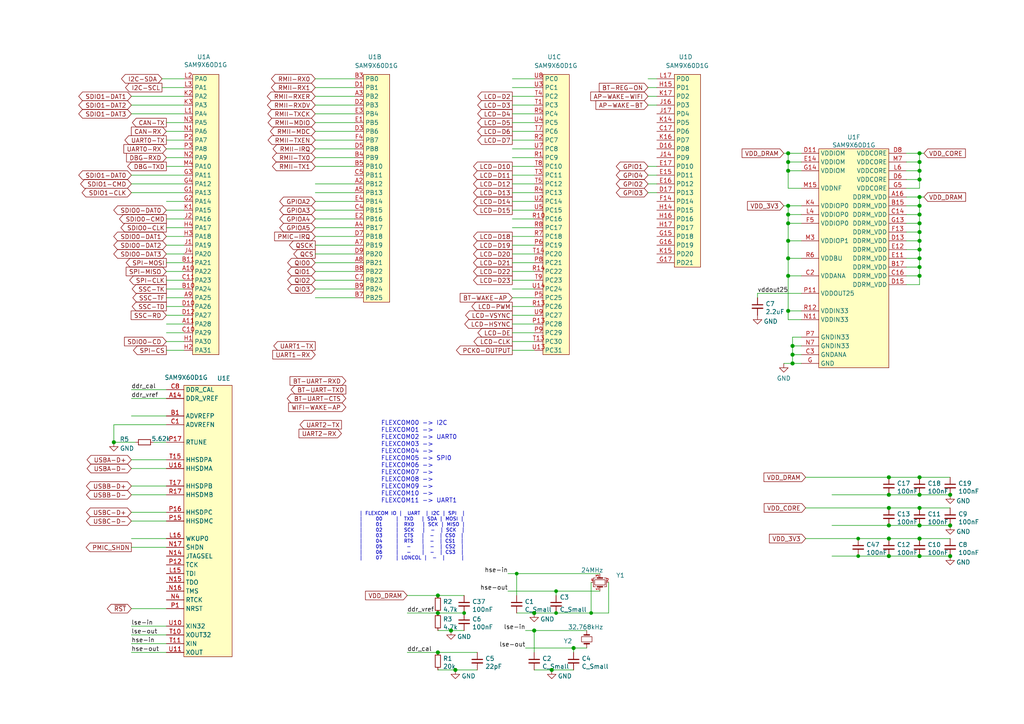
<source format=kicad_sch>
(kicad_sch (version 20250114) (generator "eeschema") (generator_version "9.0")
  (paper "A4")
  (text "| FLEXCOM IO |  UART  | I2C | SPI  |\n|     00     |  TXD   | SDA | MOSI |\n|     01     |  RXD   | SCK | MISO |\n|     02     |  SCK   |  -  | SCK  |\n|     03     |  CTS   |  -  | CS0  |\n|     04     |  RTS   |  -  | CS1  |\n|     05     |   -    |  -  | CS2  |\n|     06     |   -    |  -  | CS3  |\n|     07     | LONCOL |  -  |      |" (at 104.14 162.56 0) (effects (font (size 1 1)) (justify left bottom)))
  (text "FLEXCOM00 -> I2C\nFLEXCOM01 -> \nFLEXCOM02 -> UART0\nFLEXCOM03 -> \nFLEXCOM04 -> \nFLEXCOM05 -> SPI0\nFLEXCOM06 -> \nFLEXCOM07 -> \nFLEXCOM08 -> \nFLEXCOM09 -> \nFLEXCOM10 -> \nFLEXCOM11 -> UART1" (at 110.49 146.05 0) (effects (font (size 1.27 1.27)) (justify left bottom)))
  (junction (at 257.81 143.51) (diameter 1.016))
  (junction (at 266.7 67.31) (diameter 1.016))
  (junction (at 130.81 182.88) (diameter 1.016))
  (junction (at 266.7 52.07) (diameter 1.016))
  (junction (at 134.62 177.8))
  (junction (at 248.92 156.21))
  (junction (at 266.7 77.47) (diameter 1.016))
  (junction (at 154.94 177.8) (diameter 1.016))
  (junction (at 275.59 161.29) (diameter 1.016))
  (junction (at 33.02 128.27) (diameter 1.016))
  (junction (at 132.08 194.31) (diameter 1.016))
  (junction (at 266.7 143.51) (diameter 1.016))
  (junction (at 228.6 90.17) (diameter 1.016))
  (junction (at 266.7 64.77) (diameter 1.016))
  (junction (at 127 172.72) (diameter 1.016))
  (junction (at 266.7 69.85) (diameter 1.016))
  (junction (at 266.7 138.43) (diameter 1.016))
  (junction (at 166.37 187.96) (diameter 1.016))
  (junction (at 257.81 152.4) (diameter 1.016))
  (junction (at 266.7 161.29) (diameter 1.016))
  (junction (at 257.81 147.32) (diameter 1.016))
  (junction (at 228.6 59.69) (diameter 1.016))
  (junction (at 229.87 100.33) (diameter 1.016))
  (junction (at 257.81 138.43) (diameter 1.016))
  (junction (at 228.6 46.99) (diameter 1.016))
  (junction (at 228.6 49.53) (diameter 1.016))
  (junction (at 266.7 156.21) (diameter 1.016))
  (junction (at 266.7 74.93) (diameter 1.016))
  (junction (at 248.92 161.29))
  (junction (at 228.6 69.85) (diameter 1.016))
  (junction (at 266.7 59.69) (diameter 1.016))
  (junction (at 266.7 152.4) (diameter 1.016))
  (junction (at 266.7 44.45) (diameter 1.016))
  (junction (at 228.6 80.01) (diameter 1.016))
  (junction (at 275.59 143.51) (diameter 1.016))
  (junction (at 266.7 62.23) (diameter 1.016))
  (junction (at 266.7 49.53) (diameter 1.016))
  (junction (at 127 189.23) (diameter 1.016))
  (junction (at 266.7 80.01) (diameter 1.016))
  (junction (at 266.7 72.39) (diameter 1.016))
  (junction (at 161.29 171.45))
  (junction (at 275.59 152.4) (diameter 1.016))
  (junction (at 154.94 182.88) (diameter 1.016))
  (junction (at 228.6 44.45) (diameter 1.016))
  (junction (at 257.81 161.29) (diameter 1.016))
  (junction (at 161.29 177.8))
  (junction (at 171.45 177.8))
  (junction (at 127 177.8) (diameter 1.016))
  (junction (at 257.81 156.21) (diameter 1.016))
  (junction (at 160.02 194.31) (diameter 1.016))
  (junction (at 266.7 57.15) (diameter 1.016))
  (junction (at 266.7 147.32) (diameter 1.016))
  (junction (at 228.6 62.23) (diameter 1.016))
  (junction (at 266.7 46.99) (diameter 1.016))
  (junction (at 149.86 166.37))
  (junction (at 229.87 105.41) (diameter 1.016))
  (junction (at 229.87 102.87) (diameter 1.016))
  (junction (at 228.6 74.93) (diameter 1.016))
  (junction (at 228.6 64.77) (diameter 1.016))
  (wire (pts (xy 262.89 80.01) (xy 266.7 80.01)))
  (wire (pts (xy 228.6 80.01) (xy 228.6 90.17)))
  (wire (pts (xy 187.96 53.34) (xy 190.5 53.34)))
  (wire (pts (xy 127 189.23) (xy 138.43 189.23)))
  (wire (pts (xy 118.11 189.23) (xy 127 189.23)))
  (wire (pts (xy 33.02 128.27) (xy 39.37 128.27)))
  (wire (pts (xy 48.26 43.18) (xy 53.34 43.18)))
  (wire (pts (xy 241.3 143.51) (xy 257.81 143.51)))
  (wire (pts (xy 148.59 91.44) (xy 154.94 91.44)))
  (wire (pts (xy 148.59 30.48) (xy 154.94 30.48)))
  (wire (pts (xy 91.44 22.86) (xy 102.87 22.86)))
  (wire (pts (xy 48.26 40.64) (xy 53.34 40.64)))
  (wire (pts (xy 232.41 64.77) (xy 228.6 64.77)))
  (wire (pts (xy 228.6 64.77) (xy 228.6 62.23)))
  (wire (pts (xy 38.1 53.34) (xy 53.34 53.34)))
  (wire (pts (xy 266.7 138.43) (xy 275.59 138.43)))
  (wire (pts (xy 91.44 35.56) (xy 102.87 35.56)))
  (wire (pts (xy 227.33 44.45) (xy 228.6 44.45)))
  (wire (pts (xy 257.81 138.43) (xy 266.7 138.43)))
  (wire (pts (xy 149.86 166.37) (xy 173.99 166.37)))
  (wire (pts (xy 127 172.72) (xy 134.62 172.72)))
  (wire (pts (xy 118.11 172.72) (xy 127 172.72)))
  (wire (pts (xy 148.59 60.96) (xy 154.94 60.96)))
  (wire (pts (xy 228.6 46.99) (xy 228.6 49.53)))
  (wire (pts (xy 228.6 49.53) (xy 232.41 49.53)))
  (wire (pts (xy 232.41 44.45) (xy 228.6 44.45)))
  (wire (pts (xy 228.6 44.45) (xy 228.6 46.99)))
  (wire (pts (xy 187.96 22.86) (xy 190.5 22.86)))
  (wire (pts (xy 262.89 74.93) (xy 266.7 74.93)))
  (wire (pts (xy 160.02 194.31) (xy 166.37 194.31)))
  (wire (pts (xy 187.96 55.88) (xy 190.5 55.88)))
  (wire (pts (xy 48.26 91.44) (xy 53.34 91.44)))
  (wire (pts (xy 38.1 55.88) (xy 53.34 55.88)))
  (wire (pts (xy 48.26 63.5) (xy 53.34 63.5)))
  (wire (pts (xy 148.59 78.74) (xy 154.94 78.74)))
  (wire (pts (xy 166.37 187.96) (xy 170.18 187.96)))
  (wire (pts (xy 152.4 187.96) (xy 166.37 187.96)))
  (wire (pts (xy 33.02 123.19) (xy 48.26 123.19)))
  (wire (pts (xy 262.89 67.31) (xy 266.7 67.31)))
  (wire (pts (xy 228.6 90.17) (xy 228.6 92.71)))
  (wire (pts (xy 228.6 92.71) (xy 232.41 92.71)))
  (wire (pts (xy 232.41 90.17) (xy 228.6 90.17)))
  (wire (pts (xy 38.1 30.48) (xy 53.34 30.48)))
  (wire (pts (xy 233.68 138.43) (xy 257.81 138.43)))
  (wire (pts (xy 257.81 147.32) (xy 266.7 147.32)))
  (wire (pts (xy 233.68 147.32) (xy 257.81 147.32)))
  (wire (pts (xy 266.7 147.32) (xy 275.59 147.32)))
  (wire (pts (xy 161.29 171.45) (xy 161.29 172.72)))
  (wire (pts (xy 46.99 25.4) (xy 53.34 25.4)))
  (wire (pts (xy 262.89 64.77) (xy 266.7 64.77)))
  (wire (pts (xy 38.1 115.57) (xy 48.26 115.57)))
  (wire (pts (xy 38.1 158.75) (xy 48.26 158.75)))
  (wire (pts (xy 148.59 63.5) (xy 154.94 63.5)))
  (wire (pts (xy 38.1 181.61) (xy 48.26 181.61)))
  (wire (pts (xy 148.59 43.18) (xy 154.94 43.18)))
  (wire (pts (xy 148.59 45.72) (xy 154.94 45.72)))
  (wire (pts (xy 48.26 93.98) (xy 53.34 93.98)))
  (wire (pts (xy 91.44 33.02) (xy 102.87 33.02)))
  (wire (pts (xy 91.44 48.26) (xy 102.87 48.26)))
  (wire (pts (xy 154.94 194.31) (xy 160.02 194.31)))
  (wire (pts (xy 91.44 68.58) (xy 102.87 68.58)))
  (wire (pts (xy 227.33 59.69) (xy 228.6 59.69)))
  (wire (pts (xy 148.59 101.6) (xy 154.94 101.6)))
  (wire (pts (xy 232.41 97.79) (xy 229.87 97.79)))
  (wire (pts (xy 229.87 97.79) (xy 229.87 100.33)))
  (wire (pts (xy 229.87 100.33) (xy 229.87 102.87)))
  (wire (pts (xy 229.87 102.87) (xy 229.87 105.41)))
  (wire (pts (xy 38.1 189.23) (xy 48.26 189.23)))
  (wire (pts (xy 91.44 63.5) (xy 102.87 63.5)))
  (wire (pts (xy 148.59 93.98) (xy 154.94 93.98)))
  (wire (pts (xy 262.89 77.47) (xy 266.7 77.47)))
  (wire (pts (xy 176.53 168.91) (xy 176.53 177.8)))
  (wire (pts (xy 176.53 177.8) (xy 171.45 177.8)))
  (wire (pts (xy 171.45 177.8) (xy 161.29 177.8)))
  (wire (pts (xy 38.1 133.35) (xy 48.26 133.35)))
  (wire (pts (xy 147.32 166.37) (xy 149.86 166.37)))
  (wire (pts (xy 148.59 99.06) (xy 154.94 99.06)))
  (wire (pts (xy 48.26 38.1) (xy 53.34 38.1)))
  (wire (pts (xy 130.81 182.88) (xy 134.62 182.88)))
  (wire (pts (xy 127 182.88) (xy 130.81 182.88)))
  (wire (pts (xy 152.4 182.88) (xy 154.94 182.88)))
  (wire (pts (xy 154.94 182.88) (xy 170.18 182.88)))
  (wire (pts (xy 248.92 161.29) (xy 257.81 161.29)))
  (wire (pts (xy 127 177.8) (xy 134.62 177.8)))
  (wire (pts (xy 48.26 83.82) (xy 53.34 83.82)))
  (wire (pts (xy 118.11 177.8) (xy 127 177.8)))
  (wire (pts (xy 91.44 25.4) (xy 102.87 25.4)))
  (wire (pts (xy 91.44 53.34) (xy 102.87 53.34)))
  (wire (pts (xy 171.45 168.91) (xy 171.45 177.8)))
  (wire (pts (xy 46.99 22.86) (xy 53.34 22.86)))
  (wire (pts (xy 33.02 123.19) (xy 33.02 128.27)))
  (wire (pts (xy 148.59 40.64) (xy 154.94 40.64)))
  (wire (pts (xy 148.59 38.1) (xy 154.94 38.1)))
  (wire (pts (xy 148.59 27.94) (xy 154.94 27.94)))
  (wire (pts (xy 262.89 72.39) (xy 266.7 72.39)))
  (wire (pts (xy 44.45 128.27) (xy 48.26 128.27)))
  (wire (pts (xy 38.1 156.21) (xy 48.26 156.21)))
  (wire (pts (xy 148.59 71.12) (xy 154.94 71.12)))
  (wire (pts (xy 227.33 105.41) (xy 229.87 105.41)))
  (wire (pts (xy 229.87 105.41) (xy 232.41 105.41)))
  (wire (pts (xy 38.1 184.15) (xy 48.26 184.15)))
  (wire (pts (xy 91.44 81.28) (xy 102.87 81.28)))
  (wire (pts (xy 91.44 27.94) (xy 102.87 27.94)))
  (wire (pts (xy 91.44 40.64) (xy 102.87 40.64)))
  (wire (pts (xy 266.7 44.45) (xy 267.97 44.45)))
  (wire (pts (xy 48.26 60.96) (xy 53.34 60.96)))
  (wire (pts (xy 38.1 27.94) (xy 53.34 27.94)))
  (wire (pts (xy 148.59 96.52) (xy 154.94 96.52)))
  (wire (pts (xy 48.26 81.28) (xy 53.34 81.28)))
  (wire (pts (xy 38.1 120.65) (xy 48.26 120.65)))
  (wire (pts (xy 228.6 62.23) (xy 232.41 62.23)))
  (wire (pts (xy 232.41 59.69) (xy 228.6 59.69)))
  (wire (pts (xy 228.6 59.69) (xy 228.6 62.23)))
  (wire (pts (xy 148.59 22.86) (xy 154.94 22.86)))
  (wire (pts (xy 232.41 54.61) (xy 228.6 54.61)))
  (wire (pts (xy 228.6 54.61) (xy 228.6 49.53)))
  (wire (pts (xy 232.41 69.85) (xy 228.6 69.85)))
  (wire (pts (xy 228.6 69.85) (xy 228.6 64.77)))
  (wire (pts (xy 266.7 57.15) (xy 267.97 57.15)))
  (wire (pts (xy 187.96 25.4) (xy 190.5 25.4)))
  (wire (pts (xy 228.6 80.01) (xy 228.6 74.93)))
  (wire (pts (xy 232.41 80.01) (xy 228.6 80.01)))
  (wire (pts (xy 228.6 74.93) (xy 228.6 69.85)))
  (wire (pts (xy 241.3 152.4) (xy 257.81 152.4)))
  (wire (pts (xy 257.81 152.4) (xy 266.7 152.4)))
  (wire (pts (xy 266.7 152.4) (xy 275.59 152.4)))
  (wire (pts (xy 48.26 71.12) (xy 53.34 71.12)))
  (wire (pts (xy 48.26 78.74) (xy 53.34 78.74)))
  (wire (pts (xy 91.44 58.42) (xy 102.87 58.42)))
  (wire (pts (xy 91.44 78.74) (xy 102.87 78.74)))
  (wire (pts (xy 187.96 50.8) (xy 190.5 50.8)))
  (wire (pts (xy 148.59 53.34) (xy 154.94 53.34)))
  (wire (pts (xy 161.29 171.45) (xy 173.99 171.45)))
  (wire (pts (xy 147.32 171.45) (xy 161.29 171.45)))
  (wire (pts (xy 149.86 166.37) (xy 149.86 172.72)))
  (wire (pts (xy 262.89 59.69) (xy 266.7 59.69)))
  (wire (pts (xy 38.1 50.8) (xy 53.34 50.8)))
  (wire (pts (xy 262.89 69.85) (xy 266.7 69.85)))
  (wire (pts (xy 262.89 62.23) (xy 266.7 62.23)))
  (wire (pts (xy 187.96 48.26) (xy 190.5 48.26)))
  (wire (pts (xy 148.59 83.82) (xy 154.94 83.82)))
  (wire (pts (xy 38.1 148.59) (xy 48.26 148.59)))
  (wire (pts (xy 91.44 76.2) (xy 102.87 76.2)))
  (wire (pts (xy 148.59 76.2) (xy 154.94 76.2)))
  (wire (pts (xy 38.1 143.51) (xy 48.26 143.51)))
  (wire (pts (xy 91.44 38.1) (xy 102.87 38.1)))
  (wire (pts (xy 257.81 161.29) (xy 266.7 161.29)))
  (wire (pts (xy 241.3 161.29) (xy 248.92 161.29)))
  (wire (pts (xy 266.7 161.29) (xy 275.59 161.29)))
  (wire (pts (xy 91.44 30.48) (xy 102.87 30.48)))
  (wire (pts (xy 148.59 88.9) (xy 154.94 88.9)))
  (wire (pts (xy 148.59 33.02) (xy 154.94 33.02)))
  (wire (pts (xy 48.26 45.72) (xy 53.34 45.72)))
  (wire (pts (xy 48.26 88.9) (xy 53.34 88.9)))
  (wire (pts (xy 257.81 156.21) (xy 266.7 156.21)))
  (wire (pts (xy 233.68 156.21) (xy 248.92 156.21)))
  (wire (pts (xy 266.7 156.21) (xy 275.59 156.21)))
  (wire (pts (xy 48.26 48.26) (xy 53.34 48.26)))
  (wire (pts (xy 154.94 182.88) (xy 154.94 189.23)))
  (wire (pts (xy 228.6 46.99) (xy 232.41 46.99)))
  (wire (pts (xy 257.81 143.51) (xy 266.7 143.51)))
  (wire (pts (xy 187.96 30.48) (xy 190.5 30.48)))
  (wire (pts (xy 148.59 48.26) (xy 154.94 48.26)))
  (wire (pts (xy 91.44 45.72) (xy 102.87 45.72)))
  (wire (pts (xy 48.26 68.58) (xy 53.34 68.58)))
  (wire (pts (xy 38.1 151.13) (xy 48.26 151.13)))
  (wire (pts (xy 228.6 74.93) (xy 232.41 74.93)))
  (wire (pts (xy 266.7 52.07) (xy 266.7 54.61)))
  (wire (pts (xy 266.7 49.53) (xy 266.7 52.07)))
  (wire (pts (xy 266.7 54.61) (xy 262.89 54.61)))
  (wire (pts (xy 266.7 44.45) (xy 266.7 46.99)))
  (wire (pts (xy 266.7 46.99) (xy 266.7 49.53)))
  (wire (pts (xy 262.89 44.45) (xy 266.7 44.45)))
  (wire (pts (xy 132.08 194.31) (xy 138.43 194.31)))
  (wire (pts (xy 127 194.31) (xy 132.08 194.31)))
  (wire (pts (xy 38.1 140.97) (xy 48.26 140.97)))
  (wire (pts (xy 266.7 143.51) (xy 275.59 143.51)))
  (wire (pts (xy 187.96 27.94) (xy 190.5 27.94)))
  (wire (pts (xy 266.7 67.31) (xy 266.7 69.85)))
  (wire (pts (xy 262.89 82.55) (xy 266.7 82.55)))
  (wire (pts (xy 266.7 80.01) (xy 266.7 82.55)))
  (wire (pts (xy 266.7 74.93) (xy 266.7 77.47)))
  (wire (pts (xy 266.7 77.47) (xy 266.7 80.01)))
  (wire (pts (xy 262.89 57.15) (xy 266.7 57.15)))
  (wire (pts (xy 266.7 57.15) (xy 266.7 59.69)))
  (wire (pts (xy 266.7 62.23) (xy 266.7 64.77)))
  (wire (pts (xy 266.7 64.77) (xy 266.7 67.31)))
  (wire (pts (xy 266.7 59.69) (xy 266.7 62.23)))
  (wire (pts (xy 266.7 69.85) (xy 266.7 72.39)))
  (wire (pts (xy 266.7 72.39) (xy 266.7 74.93)))
  (wire (pts (xy 38.1 113.03) (xy 48.26 113.03)))
  (wire (pts (xy 91.44 86.36) (xy 102.87 86.36)))
  (wire (pts (xy 262.89 49.53) (xy 266.7 49.53)))
  (wire (pts (xy 91.44 66.04) (xy 102.87 66.04)))
  (wire (pts (xy 48.26 73.66) (xy 53.34 73.66)))
  (wire (pts (xy 38.1 135.89) (xy 48.26 135.89)))
  (wire (pts (xy 48.26 58.42) (xy 53.34 58.42)))
  (wire (pts (xy 91.44 71.12) (xy 102.87 71.12)))
  (wire (pts (xy 248.92 156.21) (xy 257.81 156.21)))
  (wire (pts (xy 229.87 100.33) (xy 232.41 100.33)))
  (wire (pts (xy 149.86 177.8) (xy 154.94 177.8)))
  (wire (pts (xy 154.94 177.8) (xy 161.29 177.8)))
  (wire (pts (xy 48.26 66.04) (xy 53.34 66.04)))
  (wire (pts (xy 91.44 73.66) (xy 102.87 73.66)))
  (wire (pts (xy 148.59 68.58) (xy 154.94 68.58)))
  (wire (pts (xy 229.87 102.87) (xy 232.41 102.87)))
  (wire (pts (xy 166.37 187.96) (xy 166.37 189.23)))
  (wire (pts (xy 48.26 96.52) (xy 53.34 96.52)))
  (wire (pts (xy 219.71 85.09) (xy 232.41 85.09)))
  (wire (pts (xy 148.59 81.28) (xy 154.94 81.28)))
  (wire (pts (xy 38.1 33.02) (xy 53.34 33.02)))
  (wire (pts (xy 38.1 186.69) (xy 48.26 186.69)))
  (wire (pts (xy 148.59 58.42) (xy 154.94 58.42)))
  (wire (pts (xy 148.59 50.8) (xy 154.94 50.8)))
  (wire (pts (xy 262.89 52.07) (xy 266.7 52.07)))
  (wire (pts (xy 91.44 43.18) (xy 102.87 43.18)))
  (wire (pts (xy 38.1 176.53) (xy 48.26 176.53)))
  (wire (pts (xy 48.26 35.56) (xy 53.34 35.56)))
  (wire (pts (xy 148.59 66.04) (xy 154.94 66.04)))
  (wire (pts (xy 148.59 86.36) (xy 154.94 86.36)))
  (wire (pts (xy 148.59 55.88) (xy 154.94 55.88)))
  (wire (pts (xy 91.44 60.96) (xy 102.87 60.96)))
  (wire (pts (xy 262.89 46.99) (xy 266.7 46.99)))
  (wire (pts (xy 219.71 86.36) (xy 219.71 85.09)))
  (wire (pts (xy 91.44 83.82) (xy 102.87 83.82)))
  (wire (pts (xy 48.26 86.36) (xy 53.34 86.36)))
  (wire (pts (xy 48.26 101.6) (xy 53.34 101.6)))
  (wire (pts (xy 148.59 35.56) (xy 154.94 35.56)))
  (wire (pts (xy 148.59 73.66) (xy 154.94 73.66)))
  (wire (pts (xy 48.26 76.2) (xy 53.34 76.2)))
  (wire (pts (xy 48.26 99.06) (xy 53.34 99.06)))
  (wire (pts (xy 91.44 55.88) (xy 102.87 55.88)))
  (wire (pts (xy 148.59 25.4) (xy 154.94 25.4)))
  (label "lse-out" (at 152.4 187.96 180))
  (label "hse-out" (at 38.1 189.23 0))
  (label "lse-in" (at 38.1 181.61 0))
  (label "ddr_vref" (at 38.1 115.57 0))
  (label "lse-in" (at 152.4 182.88 180))
  (label "ddr_cal" (at 118.11 189.23 0))
  (label "ddr_cal" (at 38.1 113.03 0))
  (label "hse-out" (at 147.32 171.45 180))
  (label "vddout25" (at 219.71 85.09 0))
  (label "ddr_vref" (at 118.11 177.8 0))
  (label "hse-in" (at 38.1 186.69 0))
  (label "lse-out" (at 38.1 184.15 0))
  (label "hse-in" (at 147.32 166.37 180))
  (global_label "BT-UART-RXD" (shape input) (at 100.33 110.49 180) (property "Intersheetrefs" "${INTERSHEET_REFS}" (effects (hide yes))))
  (global_label "BT-WAKE-AP" (shape input) (at 148.59 86.36 180) (property "Intersheetrefs" "${INTERSHEET_REFS}" (effects (hide yes))))
  (global_label "GPIOA3" (shape bidirectional) (at 91.44 60.96 180) (property "Intersheetrefs" "${INTERSHEET_REFS}" (effects (hide yes))))
  (global_label "AP-WAKE-WIFI" (shape input) (at 187.96 27.94 180) (property "Intersheetrefs" "${INTERSHEET_REFS}" (effects (hide yes))))
  (global_label "UART0-TX" (shape output) (at 48.26 40.64 180) (property "Intersheetrefs" "${INTERSHEET_REFS}" (effects (hide yes))))
  (global_label "DBG-RXD" (shape input) (at 48.26 45.72 180) (property "Intersheetrefs" "${INTERSHEET_REFS}" (effects (hide yes))))
  (global_label "LCD-D15" (shape output) (at 148.59 60.96 180) (property "Intersheetrefs" "${INTERSHEET_REFS}" (effects (hide yes))))
  (global_label "I2C-SDA" (shape bidirectional) (at 46.99 22.86 180) (property "Intersheetrefs" "${INTERSHEET_REFS}" (effects (hide yes))))
  (global_label "SDIO1-DAT0" (shape bidirectional) (at 38.1 50.8 180) (property "Intersheetrefs" "${INTERSHEET_REFS}" (effects (hide yes))))
  (global_label "LCD-D3" (shape output) (at 148.59 30.48 180) (property "Intersheetrefs" "${INTERSHEET_REFS}" (effects (hide yes))))
  (global_label "RMII-MDIO" (shape bidirectional) (at 91.44 35.56 180) (property "Intersheetrefs" "${INTERSHEET_REFS}" (effects (hide yes))))
  (global_label "UART0-RX" (shape input) (at 48.26 43.18 180) (property "Intersheetrefs" "${INTERSHEET_REFS}" (effects (hide yes))))
  (global_label "LCD-D13" (shape output) (at 148.59 55.88 180) (property "Intersheetrefs" "${INTERSHEET_REFS}" (effects (hide yes))))
  (global_label "LCD-D23" (shape output) (at 148.59 81.28 180) (property "Intersheetrefs" "${INTERSHEET_REFS}" (effects (hide yes))))
  (global_label "SDIO0-DAT0" (shape bidirectional) (at 48.26 60.96 180) (property "Intersheetrefs" "${INTERSHEET_REFS}" (effects (hide yes))))
  (global_label "USBA-D-" (shape bidirectional) (at 38.1 135.89 180) (property "Intersheetrefs" "${INTERSHEET_REFS}" (effects (hide yes))))
  (global_label "GPIO1" (shape bidirectional) (at 187.96 48.26 180) (property "Intersheetrefs" "${INTERSHEET_REFS}" (effects (hide yes))))
  (global_label "LCD-HSYNC" (shape output) (at 148.59 93.98 180) (property "Intersheetrefs" "${INTERSHEET_REFS}" (effects (hide yes))))
  (global_label "UART1-TX" (shape output) (at 91.44 100.33 180) (property "Intersheetrefs" "${INTERSHEET_REFS}" (effects (hide yes))))
  (global_label "CAN-TX" (shape output) (at 48.26 35.56 180) (property "Intersheetrefs" "${INTERSHEET_REFS}" (effects (hide yes))))
  (global_label "LCD-VSYNC" (shape output) (at 148.59 91.44 180) (property "Intersheetrefs" "${INTERSHEET_REFS}" (effects (hide yes))))
  (global_label "SSC-TK" (shape output) (at 48.26 83.82 180) (property "Intersheetrefs" "${INTERSHEET_REFS}" (effects (hide yes))))
  (global_label "SDIO0-CD" (shape input) (at 48.26 99.06 180) (property "Intersheetrefs" "${INTERSHEET_REFS}" (effects (hide yes))))
  (global_label "SDIO0-DAT3" (shape bidirectional) (at 48.26 73.66 180) (property "Intersheetrefs" "${INTERSHEET_REFS}" (effects (hide yes))))
  (global_label "RMII-RX1" (shape bidirectional) (at 91.44 25.4 180) (property "Intersheetrefs" "${INTERSHEET_REFS}" (effects (hide yes))))
  (global_label "VDD_CORE" (shape input) (at 233.68 147.32 180) (property "Intersheetrefs" "${INTERSHEET_REFS}" (effects (hide yes))))
  (global_label "LCD-PWM" (shape output) (at 148.59 88.9 180) (property "Intersheetrefs" "${INTERSHEET_REFS}" (effects (hide yes))))
  (global_label "LCD-D10" (shape output) (at 148.59 48.26 180) (property "Intersheetrefs" "${INTERSHEET_REFS}" (effects (hide yes))))
  (global_label "LCD-D5" (shape output) (at 148.59 35.56 180) (property "Intersheetrefs" "${INTERSHEET_REFS}" (effects (hide yes))))
  (global_label "SDIO0-CMD" (shape output) (at 48.26 63.5 180) (property "Intersheetrefs" "${INTERSHEET_REFS}" (effects (hide yes))))
  (global_label "SPI-MOSI" (shape output) (at 48.26 76.2 180) (property "Intersheetrefs" "${INTERSHEET_REFS}" (effects (hide yes))))
  (global_label "USBB-D+" (shape bidirectional) (at 38.1 140.97 180) (property "Intersheetrefs" "${INTERSHEET_REFS}" (effects (hide yes))))
  (global_label "VDD_CORE" (shape input) (at 267.97 44.45 0) (property "Intersheetrefs" "${INTERSHEET_REFS}" (effects (hide yes))))
  (global_label "SPI-CS" (shape output) (at 48.26 101.6 180) (property "Intersheetrefs" "${INTERSHEET_REFS}" (effects (hide yes))))
  (global_label "GPIO4" (shape bidirectional) (at 187.96 50.8 180) (property "Intersheetrefs" "${INTERSHEET_REFS}" (effects (hide yes))))
  (global_label "SSC-RD" (shape input) (at 48.26 91.44 180) (property "Intersheetrefs" "${INTERSHEET_REFS}" (effects (hide yes))))
  (global_label "RMII-TX0" (shape bidirectional) (at 91.44 45.72 180) (property "Intersheetrefs" "${INTERSHEET_REFS}" (effects (hide yes))))
  (global_label "GPIOA5" (shape bidirectional) (at 91.44 66.04 180) (property "Intersheetrefs" "${INTERSHEET_REFS}" (effects (hide yes))))
  (global_label "LCD-D21" (shape output) (at 148.59 76.2 180) (property "Intersheetrefs" "${INTERSHEET_REFS}" (effects (hide yes))))
  (global_label "QSCK" (shape output) (at 91.44 71.12 180) (property "Intersheetrefs" "${INTERSHEET_REFS}" (effects (hide yes))))
  (global_label "PMIC_SHDN" (shape output) (at 38.1 158.75 180) (property "Intersheetrefs" "${INTERSHEET_REFS}" (effects (hide yes))))
  (global_label "SDIO1-DAT1" (shape bidirectional) (at 38.1 27.94 180) (property "Intersheetrefs" "${INTERSHEET_REFS}" (effects (hide yes))))
  (global_label "QIO0" (shape bidirectional) (at 91.44 76.2 180) (property "Intersheetrefs" "${INTERSHEET_REFS}" (effects (hide yes))))
  (global_label "LCD-D11" (shape output) (at 148.59 50.8 180) (property "Intersheetrefs" "${INTERSHEET_REFS}" (effects (hide yes))))
  (global_label "VDD_3V3" (shape input) (at 233.68 156.21 180) (property "Intersheetrefs" "${INTERSHEET_REFS}" (effects (hide yes))))
  (global_label "SDIO0-DAT1" (shape bidirectional) (at 48.26 68.58 180) (property "Intersheetrefs" "${INTERSHEET_REFS}" (effects (hide yes))))
  (global_label "LCD-D12" (shape output) (at 148.59 53.34 180) (property "Intersheetrefs" "${INTERSHEET_REFS}" (effects (hide yes))))
  (global_label "GPIOA4" (shape bidirectional) (at 91.44 63.5 180) (property "Intersheetrefs" "${INTERSHEET_REFS}" (effects (hide yes))))
  (global_label "USBC-D-" (shape bidirectional) (at 38.1 151.13 180) (property "Intersheetrefs" "${INTERSHEET_REFS}" (effects (hide yes))))
  (global_label "VDD_DRAM" (shape input) (at 227.33 44.45 180) (property "Intersheetrefs" "${INTERSHEET_REFS}" (effects (hide yes))))
  (global_label "LCD-DE" (shape output) (at 148.59 96.52 180) (property "Intersheetrefs" "${INTERSHEET_REFS}" (effects (hide yes))))
  (global_label "BT-UART-CTS" (shape bidirectional) (at 100.33 115.57 180) (property "Intersheetrefs" "${INTERSHEET_REFS}" (effects (hide yes))))
  (global_label "QIO1" (shape bidirectional) (at 91.44 78.74 180) (property "Intersheetrefs" "${INTERSHEET_REFS}" (effects (hide yes))))
  (global_label "GPIO3" (shape bidirectional) (at 187.96 55.88 180) (property "Intersheetrefs" "${INTERSHEET_REFS}" (effects (hide yes))))
  (global_label "GPIO2" (shape bidirectional) (at 187.96 53.34 180) (property "Intersheetrefs" "${INTERSHEET_REFS}" (effects (hide yes))))
  (global_label "SSC-TD" (shape output) (at 48.26 88.9 180) (property "Intersheetrefs" "${INTERSHEET_REFS}" (effects (hide yes))))
  (global_label "LCD-D14" (shape output) (at 148.59 58.42 180) (property "Intersheetrefs" "${INTERSHEET_REFS}" (effects (hide yes))))
  (global_label "~{RST}" (shape bidirectional) (at 38.1 176.53 180) (property "Intersheetrefs" "${INTERSHEET_REFS}" (effects (hide yes))))
  (global_label "VDD_DRAM" (shape input) (at 118.11 172.72 180) (property "Intersheetrefs" "${INTERSHEET_REFS}" (effects (hide yes))))
  (global_label "LCD-D2" (shape output) (at 148.59 27.94 180) (property "Intersheetrefs" "${INTERSHEET_REFS}" (effects (hide yes))))
  (global_label "VDD_3V3" (shape input) (at 227.33 59.69 180) (property "Intersheetrefs" "${INTERSHEET_REFS}" (effects (hide yes))))
  (global_label "DBG-TXD" (shape output) (at 48.26 48.26 180) (property "Intersheetrefs" "${INTERSHEET_REFS}" (effects (hide yes))))
  (global_label "LCD-D22" (shape output) (at 148.59 78.74 180) (property "Intersheetrefs" "${INTERSHEET_REFS}" (effects (hide yes))))
  (global_label "SDIO1-CMD" (shape bidirectional) (at 38.1 53.34 180) (property "Intersheetrefs" "${INTERSHEET_REFS}" (effects (hide yes))))
  (global_label "UART1-RX" (shape input) (at 91.44 102.87 180) (property "Intersheetrefs" "${INTERSHEET_REFS}" (effects (hide yes))))
  (global_label "USBB-D-" (shape bidirectional) (at 38.1 143.51 180) (property "Intersheetrefs" "${INTERSHEET_REFS}" (effects (hide yes))))
  (global_label "SSC-TF" (shape output) (at 48.26 86.36 180) (property "Intersheetrefs" "${INTERSHEET_REFS}" (effects (hide yes))))
  (global_label "PCK0-OUTPUT" (shape output) (at 148.59 101.6 180) (property "Intersheetrefs" "${INTERSHEET_REFS}" (effects (hide yes))))
  (global_label "LCD-D19" (shape output) (at 148.59 71.12 180) (property "Intersheetrefs" "${INTERSHEET_REFS}" (effects (hide yes))))
  (global_label "LCD-D6" (shape output) (at 148.59 38.1 180) (property "Intersheetrefs" "${INTERSHEET_REFS}" (effects (hide yes))))
  (global_label "RMII-TXCK" (shape bidirectional) (at 91.44 33.02 180) (property "Intersheetrefs" "${INTERSHEET_REFS}" (effects (hide yes))))
  (global_label "LCD-CLK" (shape output) (at 148.59 99.06 180) (property "Intersheetrefs" "${INTERSHEET_REFS}" (effects (hide yes))))
  (global_label "LCD-D20" (shape output) (at 148.59 73.66 180) (property "Intersheetrefs" "${INTERSHEET_REFS}" (effects (hide yes))))
  (global_label "SDIO1-DAT2" (shape bidirectional) (at 38.1 30.48 180) (property "Intersheetrefs" "${INTERSHEET_REFS}" (effects (hide yes))))
  (global_label "UART2-TX" (shape output) (at 99.06 123.19 180) (property "Intersheetrefs" "${INTERSHEET_REFS}" (effects (hide yes))))
  (global_label "BT-UART-TXD" (shape output) (at 100.33 113.03 180) (property "Intersheetrefs" "${INTERSHEET_REFS}" (effects (hide yes))))
  (global_label "RMII-RX0" (shape bidirectional) (at 91.44 22.86 180) (property "Intersheetrefs" "${INTERSHEET_REFS}" (effects (hide yes))))
  (global_label "I2C-SCL" (shape output) (at 46.99 25.4 180) (property "Intersheetrefs" "${INTERSHEET_REFS}" (effects (hide yes))))
  (global_label "AP-WAKE-BT" (shape input) (at 187.96 30.48 180) (property "Intersheetrefs" "${INTERSHEET_REFS}" (effects (hide yes))))
  (global_label "LCD-D18" (shape output) (at 148.59 68.58 180) (property "Intersheetrefs" "${INTERSHEET_REFS}" (effects (hide yes))))
  (global_label "SPI-MISO" (shape input) (at 48.26 78.74 180) (property "Intersheetrefs" "${INTERSHEET_REFS}" (effects (hide yes))))
  (global_label "UART2-RX" (shape input) (at 99.06 125.73 180) (property "Intersheetrefs" "${INTERSHEET_REFS}" (effects (hide yes))))
  (global_label "SDIO1-CLK" (shape bidirectional) (at 38.1 55.88 180) (property "Intersheetrefs" "${INTERSHEET_REFS}" (effects (hide yes))))
  (global_label "SPI-CLK" (shape output) (at 48.26 81.28 180) (property "Intersheetrefs" "${INTERSHEET_REFS}" (effects (hide yes))))
  (global_label "RMII-RXER" (shape bidirectional) (at 91.44 27.94 180) (property "Intersheetrefs" "${INTERSHEET_REFS}" (effects (hide yes))))
  (global_label "GPIOA2" (shape bidirectional) (at 91.44 58.42 180) (property "Intersheetrefs" "${INTERSHEET_REFS}" (effects (hide yes))))
  (global_label "RMII-TX1" (shape bidirectional) (at 91.44 48.26 180) (property "Intersheetrefs" "${INTERSHEET_REFS}" (effects (hide yes))))
  (global_label "VDD_DRAM" (shape input) (at 267.97 57.15 0) (property "Intersheetrefs" "${INTERSHEET_REFS}" (effects (hide yes))))
  (global_label "RMII-IRQ" (shape bidirectional) (at 91.44 43.18 180) (property "Intersheetrefs" "${INTERSHEET_REFS}" (effects (hide yes))))
  (global_label "SDIO0-DAT2" (shape bidirectional) (at 48.26 71.12 180) (property "Intersheetrefs" "${INTERSHEET_REFS}" (effects (hide yes))))
  (global_label "QIO2" (shape bidirectional) (at 91.44 81.28 180) (property "Intersheetrefs" "${INTERSHEET_REFS}" (effects (hide yes))))
  (global_label "USBC-D+" (shape bidirectional) (at 38.1 148.59 180) (property "Intersheetrefs" "${INTERSHEET_REFS}" (effects (hide yes))))
  (global_label "RMII-MDC" (shape bidirectional) (at 91.44 38.1 180) (property "Intersheetrefs" "${INTERSHEET_REFS}" (effects (hide yes))))
  (global_label "SDIO0-CLK" (shape output) (at 48.26 66.04 180) (property "Intersheetrefs" "${INTERSHEET_REFS}" (effects (hide yes))))
  (global_label "PMIC-IRQ" (shape input) (at 91.44 68.58 180) (property "Intersheetrefs" "${INTERSHEET_REFS}" (effects (hide yes))))
  (global_label "SDIO1-DAT3" (shape bidirectional) (at 38.1 33.02 180) (property "Intersheetrefs" "${INTERSHEET_REFS}" (effects (hide yes))))
  (global_label "LCD-D7" (shape output) (at 148.59 40.64 180) (property "Intersheetrefs" "${INTERSHEET_REFS}" (effects (hide yes))))
  (global_label "VDD_DRAM" (shape input) (at 233.68 138.43 180) (property "Intersheetrefs" "${INTERSHEET_REFS}" (effects (hide yes))))
  (global_label "BT-REG-ON" (shape input) (at 187.96 25.4 180) (property "Intersheetrefs" "${INTERSHEET_REFS}" (effects (hide yes))))
  (global_label "WIFI-WAKE-AP" (shape input) (at 100.33 118.11 180) (property "Intersheetrefs" "${INTERSHEET_REFS}" (effects (hide yes))))
  (global_label "USBA-D+" (shape bidirectional) (at 38.1 133.35 180) (property "Intersheetrefs" "${INTERSHEET_REFS}" (effects (hide yes))))
  (global_label "QCS" (shape output) (at 91.44 73.66 180) (property "Intersheetrefs" "${INTERSHEET_REFS}" (effects (hide yes))))
  (global_label "LCD-D4" (shape output) (at 148.59 33.02 180) (property "Intersheetrefs" "${INTERSHEET_REFS}" (effects (hide yes))))
  (global_label "RMII-TXEN" (shape bidirectional) (at 91.44 40.64 180) (property "Intersheetrefs" "${INTERSHEET_REFS}" (effects (hide yes))))
  (global_label "QIO3" (shape bidirectional) (at 91.44 83.82 180) (property "Intersheetrefs" "${INTERSHEET_REFS}" (effects (hide yes))))
  (global_label "RMII-RXDV" (shape bidirectional) (at 91.44 30.48 180) (property "Intersheetrefs" "${INTERSHEET_REFS}" (effects (hide yes))))
  (global_label "CAN-RX" (shape input) (at 48.26 38.1 180) (property "Intersheetrefs" "${INTERSHEET_REFS}" (effects (hide yes))))
  (symbol (lib_id "Device:C_Small") (at 257.81 149.86 0) (unit 1)
    (property "Reference" "C13" (at 260.1342 149.0991 0) (effects (justify left)))
    (property "Value" "100nF" (at 260.1342 151.3978 0) (effects (justify left)))
    (property "Footprint" "Capacitor_SMD:C_0402_1005Metric" (effects (hide yes)))
    (property "Datasheet" "~{}" (effects (hide yes)))
  )
  (symbol (lib_id "power:GND") (at 154.94 177.8 0) (unit 1)
    (property "Reference" "#PWR0103" (effects (hide yes)))
    (property "Value" "GND" (at 158.75 179.5844 0))
  )
  (symbol (lib_id "Device:C_Small") (at 275.59 140.97 0) (unit 1)
    (property "Reference" "C19" (at 277.9142 140.2091 0) (effects (justify left)))
    (property "Value" "100nF" (at 277.9142 142.5078 0) (effects (justify left)))
    (property "Footprint" "Capacitor_SMD:C_0402_1005Metric" (effects (hide yes)))
    (property "Datasheet" "~{}" (effects (hide yes)))
  )
  (symbol (lib_id "Device:C_Small") (at 219.71 88.9 0) (unit 1)
    (property "Reference" "C7" (at 222.0342 88.1391 0) (effects (justify left)))
    (property "Value" "2.2uF" (at 222.0342 90.4378 0) (effects (justify left)))
    (property "Footprint" "Capacitor_SMD:C_0402_1005Metric" (effects (hide yes)))
    (property "Datasheet" "~{}" (effects (hide yes)))
  )
  (symbol (lib_id "Device:R_Small") (at 41.91 128.27 90) (unit 1)
    (property "Reference" "R5" (at 36.0873 127.412 90))
    (property "Value" "5.62k" (at 46.6594 127.2425 90))
    (property "Footprint" "Resistor_SMD:R_0402_1005Metric" (effects (hide yes)))
    (property "Datasheet" "~{}" (effects (hide yes)))
  )
  (symbol (lib_id "Device:C_Small") (at 266.7 158.75 0) (unit 1)
    (property "Reference" "C10" (at 269.0242 157.9891 0) (effects (justify left)))
    (property "Value" "100nF" (at 269.0242 160.2878 0) (effects (justify left)))
    (property "Footprint" "Capacitor_SMD:C_0402_1005Metric" (effects (hide yes)))
    (property "Datasheet" "~{}" (effects (hide yes)))
  )
  (symbol (lib_id "Device:Crystal_Small") (at 170.18 185.42 90) (unit 1)
    (property "Reference" "Y2" (at 163.4491 185.9291 90) (effects (justify right)))
    (property "Value" "32.768kHz" (at 164.7191 181.8778 90) (effects (justify right)))
    (property "Footprint" "Crystal:Crystal_SMD_3215-2Pin_3.2x1.5mm" (effects (hide yes)))
    (property "Datasheet" "~{}" (effects (hide yes)))
  )
  (symbol (lib_id "power:GND") (at 275.59 152.4 0) (unit 1)
    (property "Reference" "#PWR0114" (effects (hide yes)))
    (property "Value" "GND" (at 279.4 154.1844 0))
  )
  (symbol (lib_id "Device:C_Small") (at 257.81 140.97 0) (unit 1)
    (property "Reference" "C17" (at 260.1342 140.2091 0) (effects (justify left)))
    (property "Value" "100nF" (at 260.1342 142.5078 0) (effects (justify left)))
    (property "Footprint" "Capacitor_SMD:C_0402_1005Metric" (effects (hide yes)))
    (property "Datasheet" "~{}" (effects (hide yes)))
  )
  (symbol (lib_id "Device:R_Small") (at 127 175.26 0) (unit 1)
    (property "Reference" "R2" (at 128.4987 174.4991 0) (effects (justify left)))
    (property "Value" "4.7k" (at 128.4987 176.7978 0) (effects (justify left)))
    (property "Footprint" "Resistor_SMD:R_0402_1005Metric" (effects (hide yes)))
    (property "Datasheet" "~{}" (effects (hide yes)))
  )
  (symbol (lib_id "power:GND") (at 227.33 105.41 0) (unit 1)
    (property "Reference" "#PWR0101" (effects (hide yes)))
    (property "Value" "GND" (at 227.33 109.7344 0))
  )
  (symbol (lib_id "Device:C_Small") (at 134.62 175.26 0) (unit 1)
    (property "Reference" "C37" (at 136.9442 174.4991 0) (effects (justify left)))
    (property "Value" "100nF" (at 136.9442 176.7978 0) (effects (justify left)))
    (property "Footprint" "Capacitor_SMD:C_0402_1005Metric" (effects (hide yes)))
    (property "Datasheet" "~{}" (effects (hide yes)))
  )
  (symbol (lib_id "microchip:SAM9X60D1G") (at 161.29 62.23 0) (unit 3)
    (property "Reference" "U1" (at 158.75 16.51 0) (effects (justify left)))
    (property "Value" "SAM9X60D1G" (at 154.94 19.05 0) (effects (justify left)))
    (property "Footprint" "microchip:SAM9X60D1G" (effects (hide yes)))
  )
  (symbol (lib_id "Device:C_Small") (at 275.59 158.75 0) (unit 1)
    (property "Reference" "C8" (at 277.9142 157.9891 0) (effects (justify left)))
    (property "Value" "100nF" (at 277.9142 160.2878 0) (effects (justify left)))
    (property "Footprint" "Capacitor_SMD:C_0402_1005Metric" (effects (hide yes)))
    (property "Datasheet" "~{}" (effects (hide yes)))
  )
  (symbol (lib_id "microchip:SAM9X60D1G") (at 109.22 62.23 0) (unit 2)
    (property "Reference" "U1" (at 106.68 16.51 0) (effects (justify left)))
    (property "Value" "SAM9X60D1G" (at 102.87 19.05 0) (effects (justify left)))
    (property "Footprint" "microchip:SAM9X60D1G" (effects (hide yes)))
  )
  (symbol (lib_id "power:GND") (at 132.08 194.31 0) (unit 1)
    (property "Reference" "#PWR0104" (effects (hide yes)))
    (property "Value" "GND" (at 135.89 196.0944 0))
  )
  (symbol (lib_id "Device:C_Small") (at 248.92 158.75 0) (unit 1)
    (property "Reference" "C47" (at 251.2442 157.9891 0) (effects (justify left)))
    (property "Value" "100nF" (at 251.2442 160.2878 0) (effects (justify left)))
    (property "Footprint" "Capacitor_SMD:C_0402_1005Metric" (effects (hide yes)))
    (property "Datasheet" "~{}" (effects (hide yes)))
  )
  (symbol (lib_id "Device:C_Small") (at 275.59 149.86 0) (unit 1)
    (property "Reference" "C9" (at 277.9142 149.0991 0) (effects (justify left)))
    (property "Value" "100nF" (at 277.9142 151.3978 0) (effects (justify left)))
    (property "Footprint" "Capacitor_SMD:C_0402_1005Metric" (effects (hide yes)))
    (property "Datasheet" "~{}" (effects (hide yes)))
  )
  (symbol (lib_id "Device:R_Small") (at 127 180.34 0) (unit 1)
    (property "Reference" "R3" (at 128.4987 179.5791 0) (effects (justify left)))
    (property "Value" "4.7k" (at 128.4987 181.8778 0) (effects (justify left)))
    (property "Footprint" "Resistor_SMD:R_0402_1005Metric" (effects (hide yes)))
    (property "Datasheet" "~{}" (effects (hide yes)))
  )
  (symbol (lib_id "microchip:SAM9X60D1G") (at 57.15 152.4 0) (unit 5)
    (property "Reference" "U1" (at 62.9413 109.7291 0) (effects (justify left)))
    (property "Value" "SAM9X60D1G" (at 47.7013 109.4878 0) (effects (justify left)))
    (property "Footprint" "microchip:SAM9X60D1G" (effects (hide yes)))
  )
  (symbol (lib_id "Device:Crystal_GND24_Small") (at 173.99 168.91 90) (unit 1)
    (property "Reference" "Y1" (at 178.6891 166.8791 90) (effects (justify right)))
    (property "Value" "24MHz" (at 168.5291 165.3678 90) (effects (justify right)))
    (property "Footprint" "Crystal:Crystal_SMD_3225-4Pin_3.2x2.5mm" (effects (hide yes)))
  )
  (symbol (lib_id "microchip:SAM9X60D1G") (at 199.39 62.23 0) (unit 4)
    (property "Reference" "U1" (at 196.85 16.51 0) (effects (justify left)))
    (property "Value" "SAM9X60D1G" (at 193.04 19.05 0) (effects (justify left)))
    (property "Footprint" "microchip:SAM9X60D1G" (effects (hide yes)))
  )
  (symbol (lib_id "power:GND") (at 219.71 91.44 0) (unit 1)
    (property "Reference" "#PWR0112" (effects (hide yes)))
    (property "Value" "GND" (at 223.52 93.2244 0))
  )
  (symbol (lib_id "Device:C_Small") (at 154.94 191.77 0) (unit 1)
    (property "Reference" "C2" (at 157.2642 191.0091 0) (effects (justify left)))
    (property "Value" "C_Small" (at 157.2642 193.3078 0) (effects (justify left)))
    (property "Footprint" "Capacitor_SMD:C_0402_1005Metric" (effects (hide yes)))
    (property "Datasheet" "~{}" (effects (hide yes)))
  )
  (symbol (lib_id "Device:C_Small") (at 138.43 191.77 0) (unit 1)
    (property "Reference" "C5" (at 140.7542 191.0091 0) (effects (justify left)))
    (property "Value" "22pF" (at 140.7542 193.3078 0) (effects (justify left)))
    (property "Footprint" "Capacitor_SMD:C_0402_1005Metric" (effects (hide yes)))
    (property "Datasheet" "~{}" (effects (hide yes)))
  )
  (symbol (lib_id "Device:C_Small") (at 161.29 175.26 0) (unit 1)
    (property "Reference" "C3" (at 162.3442 173.2291 0) (effects (justify left)))
    (property "Value" "C_Small" (at 162.3442 176.7978 0) (effects (justify left)))
    (property "Footprint" "Capacitor_SMD:C_0402_1005Metric" (effects (hide yes)))
    (property "Datasheet" "~{}" (effects (hide yes)))
  )
  (symbol (lib_id "Device:R_Small") (at 127 191.77 0) (unit 1)
    (property "Reference" "R1" (at 128.4987 191.0091 0) (effects (justify left)))
    (property "Value" "20k" (at 128.4987 193.3078 0) (effects (justify left)))
    (property "Footprint" "Resistor_SMD:R_0402_1005Metric" (effects (hide yes)))
    (property "Datasheet" "~{}" (effects (hide yes)))
  )
  (symbol (lib_id "power:GND") (at 275.59 143.51 0) (unit 1)
    (property "Reference" "#PWR0125" (effects (hide yes)))
    (property "Value" "GND" (at 279.4 145.2944 0))
  )
  (symbol (lib_id "Device:C_Small") (at 266.7 149.86 0) (unit 1)
    (property "Reference" "C11" (at 269.0242 149.0991 0) (effects (justify left)))
    (property "Value" "100nF" (at 269.0242 151.3978 0) (effects (justify left)))
    (property "Footprint" "Capacitor_SMD:C_0402_1005Metric" (effects (hide yes)))
    (property "Datasheet" "~{}" (effects (hide yes)))
  )
  (symbol (lib_id "Device:C_Small") (at 134.62 180.34 0) (unit 1)
    (property "Reference" "C6" (at 136.9442 179.5791 0) (effects (justify left)))
    (property "Value" "100nF" (at 136.9442 181.8778 0) (effects (justify left)))
    (property "Footprint" "Capacitor_SMD:C_0402_1005Metric" (effects (hide yes)))
    (property "Datasheet" "~{}" (effects (hide yes)))
  )
  (symbol (lib_id "Device:C_Small") (at 149.86 175.26 0) (unit 1)
    (property "Reference" "C1" (at 152.1842 174.4991 0) (effects (justify left)))
    (property "Value" "C_Small" (at 152.1842 176.7978 0) (effects (justify left)))
    (property "Footprint" "Capacitor_SMD:C_0402_1005Metric" (effects (hide yes)))
    (property "Datasheet" "~{}" (effects (hide yes)))
  )
  (symbol (lib_id "power:GND") (at 160.02 194.31 0) (unit 1)
    (property "Reference" "#PWR0102" (effects (hide yes)))
    (property "Value" "GND" (at 163.83 196.0944 0))
  )
  (symbol (lib_id "power:GND") (at 33.02 128.27 0) (unit 1)
    (property "Reference" "#PWR0106" (effects (hide yes)))
    (property "Value" "GND" (at 36.83 130.0544 0))
  )
  (symbol (lib_id "power:GND") (at 275.59 161.29 0) (unit 1)
    (property "Reference" "#PWR0113" (effects (hide yes)))
    (property "Value" "GND" (at 279.4 163.0744 0))
  )
  (symbol (lib_id "power:GND") (at 130.81 182.88 0) (unit 1)
    (property "Reference" "#PWR0105" (effects (hide yes)))
    (property "Value" "GND" (at 134.62 184.6644 0))
  )
  (symbol (lib_id "Device:C_Small") (at 266.7 140.97 0) (unit 1)
    (property "Reference" "C18" (at 269.0242 140.2091 0) (effects (justify left)))
    (property "Value" "100nF" (at 269.0242 142.5078 0) (effects (justify left)))
    (property "Footprint" "Capacitor_SMD:C_0402_1005Metric" (effects (hide yes)))
    (property "Datasheet" "~{}" (effects (hide yes)))
  )
  (symbol (lib_id "Device:C_Small") (at 166.37 191.77 0) (unit 1)
    (property "Reference" "C4" (at 168.6942 191.0091 0) (effects (justify left)))
    (property "Value" "C_Small" (at 168.6942 193.3078 0) (effects (justify left)))
    (property "Footprint" "Capacitor_SMD:C_0402_1005Metric" (effects (hide yes)))
    (property "Datasheet" "~{}" (effects (hide yes)))
  )
  (symbol (lib_id "microchip:SAM9X60D1G") (at 241.3 82.55 0) (unit 6)
    (property "Reference" "U1" (at 247.65 39.7976 0))
    (property "Value" "SAM9X60D1G" (at 247.65 42.0963 0))
    (property "Footprint" "microchip:SAM9X60D1G" (effects (hide yes)))
  )
  (symbol (lib_id "Device:C_Small") (at 257.81 158.75 0) (unit 1)
    (property "Reference" "C12" (at 260.1342 157.9891 0) (effects (justify left)))
    (property "Value" "100nF" (at 260.1342 160.2878 0) (effects (justify left)))
    (property "Footprint" "Capacitor_SMD:C_0402_1005Metric" (effects (hide yes)))
    (property "Datasheet" "~{}" (effects (hide yes)))
  )
  (symbol (lib_id "microchip:SAM9X60D1G") (at 59.69 62.23 0) (unit 1)
    (property "Reference" "U1" (at 57.15 16.51 0) (effects (justify left)))
    (property "Value" "SAM9X60D1G" (at 53.34 18.8087 0) (effects (justify left)))
    (property "Footprint" "microchip:SAM9X60D1G" (effects (hide yes)))
  )
)
</source>
